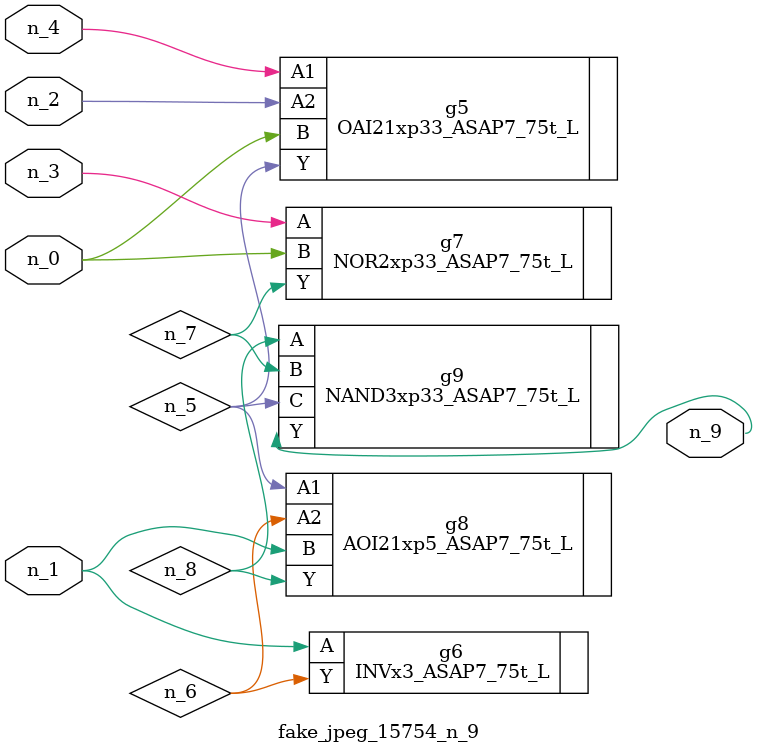
<source format=v>
module fake_jpeg_15754_n_9 (n_3, n_2, n_1, n_0, n_4, n_9);

input n_3;
input n_2;
input n_1;
input n_0;
input n_4;

output n_9;

wire n_8;
wire n_6;
wire n_5;
wire n_7;

OAI21xp33_ASAP7_75t_L g5 ( 
.A1(n_4),
.A2(n_2),
.B(n_0),
.Y(n_5)
);

INVx3_ASAP7_75t_L g6 ( 
.A(n_1),
.Y(n_6)
);

NOR2xp33_ASAP7_75t_L g7 ( 
.A(n_3),
.B(n_0),
.Y(n_7)
);

AOI21xp5_ASAP7_75t_L g8 ( 
.A1(n_5),
.A2(n_6),
.B(n_1),
.Y(n_8)
);

NAND3xp33_ASAP7_75t_L g9 ( 
.A(n_8),
.B(n_7),
.C(n_5),
.Y(n_9)
);


endmodule
</source>
